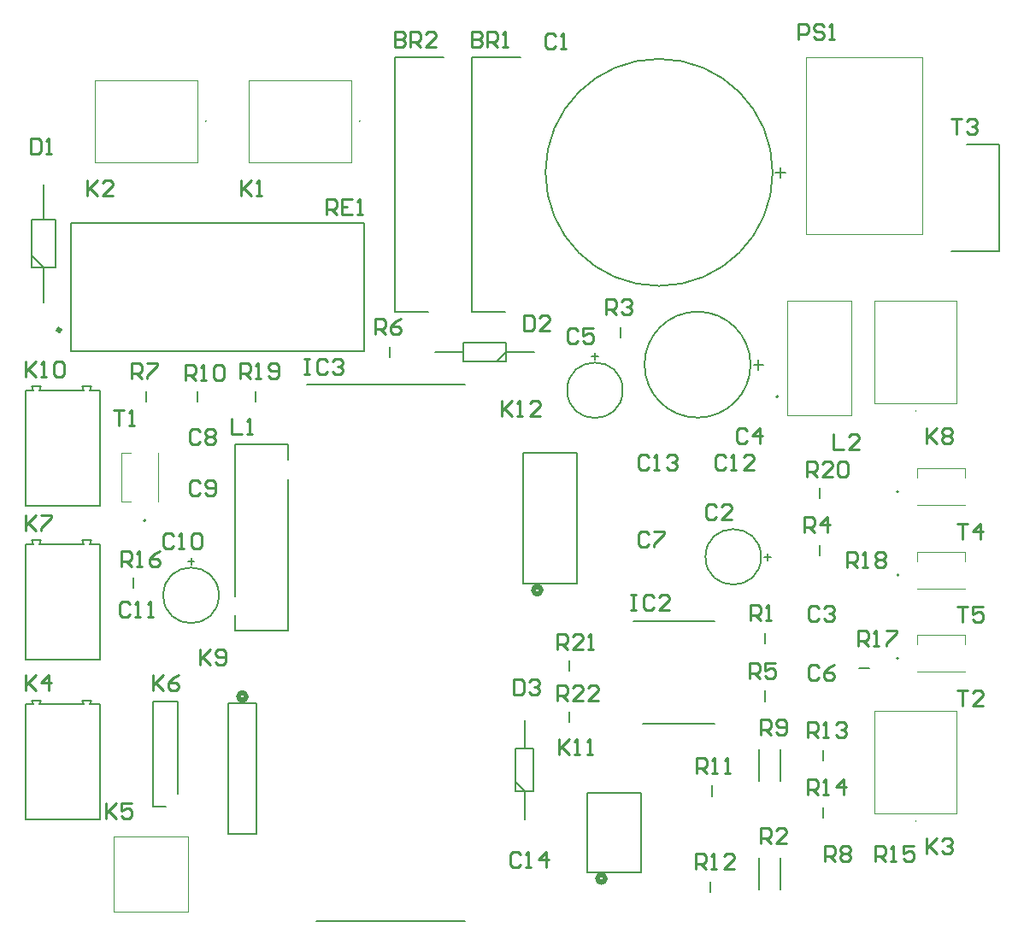
<source format=gbr>
%TF.GenerationSoftware,Altium Limited,Altium Designer,22.4.2 (48)*%
G04 Layer_Color=65535*
%FSLAX26Y26*%
%MOIN*%
%TF.SameCoordinates,DD4E5991-19CE-4C14-B0C1-6D61C62B9851*%
%TF.FilePolarity,Positive*%
%TF.FileFunction,Legend,Top*%
%TF.Part,Single*%
G01*
G75*
%TA.AperFunction,NonConductor*%
%ADD55C,0.020000*%
%ADD56C,0.007874*%
%ADD57C,0.015748*%
%ADD58C,0.003937*%
%ADD59C,0.006000*%
%ADD60C,0.005000*%
%ADD61C,0.005906*%
%ADD62C,0.010000*%
D55*
X2140000Y1770000D02*
G03*
X2140000Y1770000I-15000J0D01*
G01*
X990000Y1355000D02*
G03*
X990000Y1355000I-15000J0D01*
G01*
X2390000Y645000D02*
G03*
X2390000Y645000I-15000J0D01*
G01*
D56*
X883268Y1750000D02*
G03*
X883268Y1750000I-108268J0D01*
G01*
X2458268Y2550000D02*
G03*
X2458268Y2550000I-108268J0D01*
G01*
X833858Y3600000D02*
G03*
X833858Y3600000I-1968J0D01*
G01*
X1433858D02*
G03*
X1433858Y3600000I-1968J0D01*
G01*
X2956693Y2650000D02*
G03*
X2956693Y2650000I-206693J0D01*
G01*
X3042913Y3400000D02*
G03*
X3042913Y3400000I-442913J0D01*
G01*
X3601968Y868110D02*
G03*
X3601968Y868110I-1968J0D01*
G01*
X2997638Y1900000D02*
G03*
X2997638Y1900000I-108268J0D01*
G01*
X3530709Y1507874D02*
G03*
X3530709Y1500000I0J-3937D01*
G01*
D02*
G03*
X3530709Y1507874I0J3937D01*
G01*
Y1825000D02*
G03*
X3530709Y1832874I0J3937D01*
G01*
D02*
G03*
X3530709Y1825000I0J-3937D01*
G01*
Y2157874D02*
G03*
X3530709Y2150000I0J-3937D01*
G01*
D02*
G03*
X3530709Y2157874I0J3937D01*
G01*
X3064764Y2525000D02*
G03*
X3056890Y2525000I-3937J0D01*
G01*
D02*
G03*
X3064764Y2525000I3937J0D01*
G01*
X3601968Y2468110D02*
G03*
X3601968Y2468110I-1968J0D01*
G01*
X590158Y2041142D02*
G03*
X598032Y2041142I3937J0D01*
G01*
D02*
G03*
X590158Y2041142I-3937J0D01*
G01*
X1152362Y1610826D02*
Y2203346D01*
Y2278150D02*
Y2339174D01*
X947638Y1610826D02*
X1152362D01*
X947638Y2339174D02*
X1152362D01*
X947638Y1610826D02*
Y1671850D01*
Y1746654D02*
Y2339174D01*
X306692Y2702362D02*
Y3202362D01*
Y2702362D02*
X1448426D01*
Y3202362D01*
X306692D02*
X1448426D01*
X1550000Y2679330D02*
Y2720670D01*
X2450000Y2754330D02*
Y2795670D01*
X1725788Y2700000D02*
X1836024D01*
X2003346D02*
X2113582D01*
X1966930Y2663582D02*
X2003346Y2700000D01*
Y2663582D02*
Y2736418D01*
X1836024D02*
X2003346D01*
X1836024Y2663582D02*
Y2736418D01*
Y2663582D02*
X2003346D01*
X200000Y3214960D02*
Y3353740D01*
Y2891142D02*
Y3029922D01*
X153740Y3076182D02*
X200000Y3029922D01*
X153740D02*
X246260D01*
Y3214960D01*
X153740D02*
X246260D01*
X153740Y3029922D02*
Y3214960D01*
X1570078Y2856300D02*
X1700000D01*
X1570078D02*
Y3848426D01*
X1759056D01*
X1870078Y2856300D02*
X2000000D01*
X1870078D02*
Y3848426D01*
X2059056D01*
X3013984Y1562330D02*
Y1603670D01*
X3225000Y1904330D02*
Y1945670D01*
X3013000Y1336330D02*
Y1377670D01*
X2498426Y1650000D02*
X2815000D01*
X2535000Y1250000D02*
X2815000D01*
X3240000Y1105330D02*
Y1146670D01*
Y882330D02*
Y923670D01*
X2806000Y966330D02*
Y1007670D01*
X2800000Y592550D02*
Y633890D01*
X3379330Y1466142D02*
X3420670D01*
X3741142Y3092520D02*
X3925788D01*
Y3507480D01*
X3800000D02*
X3925788D01*
X3225000Y2129330D02*
Y2170670D01*
X1025000Y2504330D02*
Y2545670D01*
X550000Y1779330D02*
Y1820670D01*
X1263740Y477520D02*
X1843740D01*
X1226694Y2572480D02*
X1843740D01*
X182480Y1949804D02*
X188386Y1965552D01*
X152952D02*
X158858Y1949804D01*
X152952Y1965552D02*
X188386D01*
X379332Y1949804D02*
X385236Y1965552D01*
X349804D02*
X355710Y1949804D01*
X349804Y1965552D02*
X385236D01*
X129330Y1500196D02*
X420670D01*
X129330D02*
Y1949804D01*
X420670Y1500196D02*
Y1949804D01*
X379332D02*
X420670D01*
X129330D02*
X158858D01*
X182480D02*
X355710D01*
X2250000Y1454330D02*
Y1495670D01*
Y1254330D02*
Y1295670D01*
X182480Y2549804D02*
X188386Y2565552D01*
X152952D02*
X158858Y2549804D01*
X152952Y2565552D02*
X188386D01*
X379332Y2549804D02*
X385236Y2565552D01*
X349804D02*
X355710Y2549804D01*
X349804Y2565552D02*
X385236D01*
X129330Y2100196D02*
X420670D01*
X129330D02*
Y2549804D01*
X420670Y2100196D02*
Y2549804D01*
X379332D02*
X420670D01*
X129330D02*
X158858D01*
X182480D02*
X355710D01*
X2038582Y986024D02*
Y1153346D01*
X2111418D01*
Y986024D02*
Y1153346D01*
X2038582Y986024D02*
X2111418D01*
X2038582Y1022442D02*
X2075000Y986024D01*
Y875788D02*
Y986024D01*
Y1153346D02*
Y1263582D01*
X625394Y925000D02*
X675000D01*
X625394D02*
Y1336812D01*
X724606D01*
Y975000D02*
Y1336812D01*
X182480Y1324804D02*
X188386Y1340552D01*
X152952D02*
X158858Y1324804D01*
X152952Y1340552D02*
X188386D01*
X379332Y1324804D02*
X385236Y1340552D01*
X349804D02*
X355710Y1324804D01*
X349804Y1340552D02*
X385236D01*
X129330Y875196D02*
X420670D01*
X129330D02*
Y1324804D01*
X420670Y875196D02*
Y1324804D01*
X379332D02*
X420670D01*
X129330D02*
X158858D01*
X182480D02*
X355710D01*
X800000Y2504330D02*
Y2545670D01*
X600000Y2504330D02*
Y2545670D01*
D57*
X264522Y2785197D02*
G03*
X264522Y2785197I-4955J0D01*
G01*
D58*
X3300000Y3025197D02*
G03*
X3300000Y3021260I0J-1968D01*
G01*
D02*
G03*
X3300000Y3025197I0J1968D01*
G01*
X3173622Y3159056D02*
Y3848032D01*
Y3159056D02*
X3626378D01*
Y3848032D01*
X3173622D02*
X3626378D01*
X400000Y3439566D02*
X800000D01*
X400000D02*
Y3760434D01*
X800000D01*
Y3439566D02*
Y3760434D01*
X1000000Y3439566D02*
X1400000D01*
X1000000D02*
Y3760434D01*
X1400000D01*
Y3439566D02*
Y3760434D01*
X3439566Y900000D02*
X3760434D01*
Y1300000D01*
X3439566D02*
X3760434D01*
X3439566Y900000D02*
Y1300000D01*
X3606300Y1451772D02*
X3793700D01*
X3606300Y1559056D02*
Y1594292D01*
X3793700D01*
Y1559056D02*
Y1594292D01*
Y1884056D02*
Y1919292D01*
X3606300D02*
X3793700D01*
X3606300Y1884056D02*
Y1919292D01*
Y1776772D02*
X3793700D01*
X3606300Y2101772D02*
X3793700D01*
X3606300Y2209056D02*
Y2244292D01*
X3793700D01*
Y2209056D02*
Y2244292D01*
X3100984Y2450984D02*
Y2899016D01*
Y2450984D02*
X3349016D01*
Y2899016D01*
X3100984D02*
X3349016D01*
X3439566Y2500000D02*
X3760434D01*
Y2900000D01*
X3439566D02*
X3760434D01*
X3439566Y2500000D02*
Y2900000D01*
X473228Y516142D02*
Y807480D01*
Y516142D02*
X764566D01*
Y807480D01*
X473228D02*
X764566D01*
X646260Y2116732D02*
Y2304134D01*
X503740Y2116732D02*
X538976D01*
X503740D02*
Y2304134D01*
X538976D01*
D59*
X2279212Y1795000D02*
Y2305000D01*
X2070000D02*
X2279212D01*
X2070000Y1795000D02*
Y2305000D01*
Y1795000D02*
X2279212D01*
X920788Y1330000D02*
X1030000D01*
Y820000D02*
Y1330000D01*
X920788Y820000D02*
X1030000D01*
X920788D02*
Y1330000D01*
X2320000Y670000D02*
X2529212D01*
X2320000D02*
Y980000D01*
X2529212D01*
Y670000D02*
Y980000D01*
D60*
X2988710Y602788D02*
Y724836D01*
X3072570Y602788D02*
Y724836D01*
X2988710Y1025976D02*
Y1148024D01*
X3072570Y1025976D02*
Y1148024D01*
X775006Y1870079D02*
Y1896317D01*
X761887Y1883198D02*
X788125D01*
X2350006Y2670079D02*
Y2696317D01*
X2336887Y2683198D02*
X2363125D01*
X3009449Y1899994D02*
X3035687D01*
X3022568Y1913113D02*
Y1886875D01*
D61*
X2968504Y2649990D02*
X3007861D01*
X2988183Y2669669D02*
Y2630312D01*
X3054724Y3399990D02*
X3094082D01*
X3074403Y3419669D02*
Y3380312D01*
D62*
X3763000Y1704981D02*
X3802987D01*
X3782994D01*
Y1645000D01*
X3862968Y1704981D02*
X3822981D01*
Y1674990D01*
X3842974Y1684987D01*
X3852971D01*
X3862968Y1674990D01*
Y1654997D01*
X3852971Y1645000D01*
X3832977D01*
X3822981Y1654997D01*
X3763000Y2029981D02*
X3802987D01*
X3782994D01*
Y1970000D01*
X3852971D02*
Y2029981D01*
X3822981Y1999990D01*
X3862968D01*
X3740000Y3607981D02*
X3779987D01*
X3759994D01*
Y3548000D01*
X3799981Y3597984D02*
X3809977Y3607981D01*
X3829971D01*
X3839968Y3597984D01*
Y3587987D01*
X3829971Y3577990D01*
X3819974D01*
X3829971D01*
X3839968Y3567994D01*
Y3557997D01*
X3829971Y3548000D01*
X3809977D01*
X3799981Y3557997D01*
X3763000Y1379981D02*
X3802987D01*
X3782994D01*
Y1320000D01*
X3862968D02*
X3822981D01*
X3862968Y1359987D01*
Y1369984D01*
X3852971Y1379981D01*
X3832977D01*
X3822981Y1369984D01*
X472000Y2473981D02*
X511987D01*
X491993D01*
Y2414000D01*
X531981D02*
X551974D01*
X541977D01*
Y2473981D01*
X531981Y2463984D01*
X1304000Y3236000D02*
Y3295981D01*
X1333990D01*
X1343987Y3285984D01*
Y3265990D01*
X1333990Y3255994D01*
X1304000D01*
X1323994D02*
X1343987Y3236000D01*
X1403968Y3295981D02*
X1363981D01*
Y3236000D01*
X1403968D01*
X1363981Y3265990D02*
X1383974D01*
X1423961Y3236000D02*
X1443955D01*
X1433958D01*
Y3295981D01*
X1423961Y3285984D01*
X2203000Y1339000D02*
Y1398981D01*
X2232990D01*
X2242987Y1388984D01*
Y1368990D01*
X2232990Y1358994D01*
X2203000D01*
X2222994D02*
X2242987Y1339000D01*
X2302968D02*
X2262981D01*
X2302968Y1378987D01*
Y1388984D01*
X2292971Y1398981D01*
X2272977D01*
X2262981Y1388984D01*
X2362948Y1339000D02*
X2322961D01*
X2362948Y1378987D01*
Y1388984D01*
X2352952Y1398981D01*
X2332958D01*
X2322961Y1388984D01*
X2203000Y1539000D02*
Y1598981D01*
X2232990D01*
X2242987Y1588984D01*
Y1568990D01*
X2232990Y1558994D01*
X2203000D01*
X2222994D02*
X2242987Y1539000D01*
X2302968D02*
X2262981D01*
X2302968Y1578987D01*
Y1588984D01*
X2292971Y1598981D01*
X2272977D01*
X2262981Y1588984D01*
X2322961Y1539000D02*
X2342955D01*
X2332958D01*
Y1598981D01*
X2322961Y1588984D01*
X3178000Y2214000D02*
Y2273981D01*
X3207990D01*
X3217987Y2263984D01*
Y2243990D01*
X3207990Y2233994D01*
X3178000D01*
X3197994D02*
X3217987Y2214000D01*
X3277968D02*
X3237981D01*
X3277968Y2253987D01*
Y2263984D01*
X3267971Y2273981D01*
X3247977D01*
X3237981Y2263984D01*
X3297961D02*
X3307958Y2273981D01*
X3327952D01*
X3337948Y2263984D01*
Y2223997D01*
X3327952Y2214000D01*
X3307958D01*
X3297961Y2223997D01*
Y2263984D01*
X967000Y2595000D02*
Y2654981D01*
X996990D01*
X1006987Y2644984D01*
Y2624990D01*
X996990Y2614994D01*
X967000D01*
X986994D02*
X1006987Y2595000D01*
X1026981D02*
X1046974D01*
X1036977D01*
Y2654981D01*
X1026981Y2644984D01*
X1076964Y2604997D02*
X1086961Y2595000D01*
X1106955D01*
X1116951Y2604997D01*
Y2644984D01*
X1106955Y2654981D01*
X1086961D01*
X1076964Y2644984D01*
Y2634987D01*
X1086961Y2624990D01*
X1116951D01*
X3334000Y1859000D02*
Y1918981D01*
X3363990D01*
X3373987Y1908984D01*
Y1888990D01*
X3363990Y1878994D01*
X3334000D01*
X3353994D02*
X3373987Y1859000D01*
X3393981D02*
X3413974D01*
X3403977D01*
Y1918981D01*
X3393981Y1908984D01*
X3443964D02*
X3453961Y1918981D01*
X3473955D01*
X3483952Y1908984D01*
Y1898987D01*
X3473955Y1888990D01*
X3483952Y1878994D01*
Y1868997D01*
X3473955Y1859000D01*
X3453961D01*
X3443964Y1868997D01*
Y1878994D01*
X3453961Y1888990D01*
X3443964Y1898987D01*
Y1908984D01*
X3453961Y1888990D02*
X3473955D01*
X3376000Y1553000D02*
Y1612981D01*
X3405990D01*
X3415987Y1602984D01*
Y1582990D01*
X3405990Y1572994D01*
X3376000D01*
X3395994D02*
X3415987Y1553000D01*
X3435981D02*
X3455974D01*
X3445977D01*
Y1612981D01*
X3435981Y1602984D01*
X3485964Y1612981D02*
X3525952D01*
Y1602984D01*
X3485964Y1562997D01*
Y1553000D01*
X503000Y1864000D02*
Y1923981D01*
X532990D01*
X542987Y1913984D01*
Y1893990D01*
X532990Y1883994D01*
X503000D01*
X522994D02*
X542987Y1864000D01*
X562981D02*
X582974D01*
X572977D01*
Y1923981D01*
X562981Y1913984D01*
X652952Y1923981D02*
X632958Y1913984D01*
X612964Y1893990D01*
Y1873997D01*
X622961Y1864000D01*
X642955D01*
X652952Y1873997D01*
Y1883994D01*
X642955Y1893990D01*
X612964D01*
X3444000Y711000D02*
Y770981D01*
X3473990D01*
X3483987Y760984D01*
Y740990D01*
X3473990Y730994D01*
X3444000D01*
X3463994D02*
X3483987Y711000D01*
X3503981D02*
X3523974D01*
X3513977D01*
Y770981D01*
X3503981Y760984D01*
X3593952Y770981D02*
X3553964D01*
Y740990D01*
X3573958Y750987D01*
X3583955D01*
X3593952Y740990D01*
Y720997D01*
X3583955Y711000D01*
X3563961D01*
X3553964Y720997D01*
X3181000Y973000D02*
Y1032981D01*
X3210990D01*
X3220987Y1022984D01*
Y1002990D01*
X3210990Y992994D01*
X3181000D01*
X3200994D02*
X3220987Y973000D01*
X3240981D02*
X3260974D01*
X3250977D01*
Y1032981D01*
X3240981Y1022984D01*
X3320955Y973000D02*
Y1032981D01*
X3290964Y1002990D01*
X3330952D01*
X3181000Y1196000D02*
Y1255981D01*
X3210990D01*
X3220987Y1245984D01*
Y1225990D01*
X3210990Y1215994D01*
X3181000D01*
X3200994D02*
X3220987Y1196000D01*
X3240981D02*
X3260974D01*
X3250977D01*
Y1255981D01*
X3240981Y1245984D01*
X3290964D02*
X3300961Y1255981D01*
X3320955D01*
X3330952Y1245984D01*
Y1235987D01*
X3320955Y1225990D01*
X3310958D01*
X3320955D01*
X3330952Y1215994D01*
Y1205997D01*
X3320955Y1196000D01*
X3300961D01*
X3290964Y1205997D01*
X2742000Y683221D02*
Y743201D01*
X2771990D01*
X2781987Y733204D01*
Y713211D01*
X2771990Y703214D01*
X2742000D01*
X2761994D02*
X2781987Y683221D01*
X2801981D02*
X2821974D01*
X2811977D01*
Y743201D01*
X2801981Y733204D01*
X2891952Y683221D02*
X2851964D01*
X2891952Y723208D01*
Y733204D01*
X2881955Y743201D01*
X2861961D01*
X2851964Y733204D01*
X2748000Y1057000D02*
Y1116981D01*
X2777990D01*
X2787987Y1106984D01*
Y1086990D01*
X2777990Y1076994D01*
X2748000D01*
X2767994D02*
X2787987Y1057000D01*
X2807981D02*
X2827974D01*
X2817977D01*
Y1116981D01*
X2807981Y1106984D01*
X2857964Y1057000D02*
X2877958D01*
X2867961D01*
Y1116981D01*
X2857964Y1106984D01*
X753000Y2589000D02*
Y2648981D01*
X782990D01*
X792987Y2638984D01*
Y2618990D01*
X782990Y2608994D01*
X753000D01*
X772994D02*
X792987Y2589000D01*
X812981D02*
X832974D01*
X822977D01*
Y2648981D01*
X812981Y2638984D01*
X862964D02*
X872961Y2648981D01*
X892955D01*
X902952Y2638984D01*
Y2598997D01*
X892955Y2589000D01*
X872961D01*
X862964Y2598997D01*
Y2638984D01*
X2995000Y1207000D02*
Y1266981D01*
X3024990D01*
X3034987Y1256984D01*
Y1236990D01*
X3024990Y1226994D01*
X2995000D01*
X3014994D02*
X3034987Y1207000D01*
X3054981Y1216997D02*
X3064977Y1207000D01*
X3084971D01*
X3094968Y1216997D01*
Y1256984D01*
X3084971Y1266981D01*
X3064977D01*
X3054981Y1256984D01*
Y1246987D01*
X3064977Y1236990D01*
X3094968D01*
X3248000Y711000D02*
Y770981D01*
X3277990D01*
X3287987Y760984D01*
Y740990D01*
X3277990Y730994D01*
X3248000D01*
X3267994D02*
X3287987Y711000D01*
X3307981Y760984D02*
X3317977Y770981D01*
X3337971D01*
X3347968Y760984D01*
Y750987D01*
X3337971Y740990D01*
X3347968Y730994D01*
Y720997D01*
X3337971Y711000D01*
X3317977D01*
X3307981Y720997D01*
Y730994D01*
X3317977Y740990D01*
X3307981Y750987D01*
Y760984D01*
X3317977Y740990D02*
X3337971D01*
X542000Y2595000D02*
Y2654981D01*
X571990D01*
X581987Y2644984D01*
Y2624990D01*
X571990Y2614994D01*
X542000D01*
X561994D02*
X581987Y2595000D01*
X601981Y2654981D02*
X641968D01*
Y2644984D01*
X601981Y2604997D01*
Y2595000D01*
X1492000Y2770000D02*
Y2829981D01*
X1521990D01*
X1531987Y2819984D01*
Y2799990D01*
X1521990Y2789994D01*
X1492000D01*
X1511994D02*
X1531987Y2770000D01*
X1591968Y2829981D02*
X1571974Y2819984D01*
X1551981Y2799990D01*
Y2779997D01*
X1561977Y2770000D01*
X1581971D01*
X1591968Y2779997D01*
Y2789994D01*
X1581971Y2799990D01*
X1551981D01*
X2954000Y1427000D02*
Y1486981D01*
X2983990D01*
X2993987Y1476984D01*
Y1456990D01*
X2983990Y1446994D01*
X2954000D01*
X2973994D02*
X2993987Y1427000D01*
X3053968Y1486981D02*
X3013981D01*
Y1456990D01*
X3033974Y1466987D01*
X3043971D01*
X3053968Y1456990D01*
Y1436997D01*
X3043971Y1427000D01*
X3023977D01*
X3013981Y1436997D01*
X3166000Y1995000D02*
Y2054981D01*
X3195990D01*
X3205987Y2044984D01*
Y2024990D01*
X3195990Y2014994D01*
X3166000D01*
X3185994D02*
X3205987Y1995000D01*
X3255971D02*
Y2054981D01*
X3225981Y2024990D01*
X3265968D01*
X2392000Y2845000D02*
Y2904981D01*
X2421990D01*
X2431987Y2894984D01*
Y2874990D01*
X2421990Y2864994D01*
X2392000D01*
X2411994D02*
X2431987Y2845000D01*
X2451981Y2894984D02*
X2461977Y2904981D01*
X2481971D01*
X2491968Y2894984D01*
Y2884987D01*
X2481971Y2874990D01*
X2471974D01*
X2481971D01*
X2491968Y2864994D01*
Y2854997D01*
X2481971Y2845000D01*
X2461977D01*
X2451981Y2854997D01*
X2995000Y784000D02*
Y843981D01*
X3024990D01*
X3034987Y833984D01*
Y813990D01*
X3024990Y803994D01*
X2995000D01*
X3014994D02*
X3034987Y784000D01*
X3094968D02*
X3054981D01*
X3094968Y823987D01*
Y833984D01*
X3084971Y843981D01*
X3064977D01*
X3054981Y833984D01*
X2956000Y1653000D02*
Y1712981D01*
X2985990D01*
X2995987Y1702984D01*
Y1682990D01*
X2985990Y1672994D01*
X2956000D01*
X2975994D02*
X2995987Y1653000D01*
X3015981D02*
X3035974D01*
X3025977D01*
Y1712981D01*
X3015981Y1702984D01*
X3142000Y3919000D02*
Y3978981D01*
X3171990D01*
X3181987Y3968984D01*
Y3948990D01*
X3171990Y3938994D01*
X3142000D01*
X3241968Y3968984D02*
X3231971Y3978981D01*
X3211977D01*
X3201981Y3968984D01*
Y3958987D01*
X3211977Y3948990D01*
X3231971D01*
X3241968Y3938994D01*
Y3928997D01*
X3231971Y3919000D01*
X3211977D01*
X3201981Y3928997D01*
X3261961Y3919000D02*
X3281955D01*
X3271958D01*
Y3978981D01*
X3261961Y3968984D01*
X3280000Y2379981D02*
Y2320000D01*
X3319987D01*
X3379968D02*
X3339981D01*
X3379968Y2359987D01*
Y2369984D01*
X3369971Y2379981D01*
X3349977D01*
X3339981Y2369984D01*
X933000Y2437981D02*
Y2378000D01*
X972987D01*
X992981D02*
X1012974D01*
X1002977D01*
Y2437981D01*
X992981Y2427984D01*
X1985000Y2509981D02*
Y2450000D01*
Y2469994D01*
X2024987Y2509981D01*
X1994997Y2479990D01*
X2024987Y2450000D01*
X2044981D02*
X2064974D01*
X2054977D01*
Y2509981D01*
X2044981Y2499984D01*
X2134952Y2450000D02*
X2094964D01*
X2134952Y2489987D01*
Y2499984D01*
X2124955Y2509981D01*
X2104961D01*
X2094964Y2499984D01*
X2210000Y1189981D02*
Y1130000D01*
Y1149994D01*
X2249987Y1189981D01*
X2219997Y1159990D01*
X2249987Y1130000D01*
X2269981D02*
X2289974D01*
X2279977D01*
Y1189981D01*
X2269981Y1179984D01*
X2319964Y1130000D02*
X2339958D01*
X2329961D01*
Y1189981D01*
X2319964Y1179984D01*
X130000Y2663981D02*
Y2604000D01*
Y2623994D01*
X169987Y2663981D01*
X139997Y2633990D01*
X169987Y2604000D01*
X189981D02*
X209974D01*
X199977D01*
Y2663981D01*
X189981Y2653984D01*
X239964D02*
X249961Y2663981D01*
X269955D01*
X279952Y2653984D01*
Y2613997D01*
X269955Y2604000D01*
X249961D01*
X239964Y2613997D01*
Y2653984D01*
X811000Y1539981D02*
Y1480000D01*
Y1499994D01*
X850987Y1539981D01*
X820997Y1509990D01*
X850987Y1480000D01*
X870981Y1489997D02*
X880977Y1480000D01*
X900971D01*
X910968Y1489997D01*
Y1529984D01*
X900971Y1539981D01*
X880977D01*
X870981Y1529984D01*
Y1519987D01*
X880977Y1509990D01*
X910968D01*
X3644000Y2401981D02*
Y2342000D01*
Y2361994D01*
X3683987Y2401981D01*
X3653997Y2371990D01*
X3683987Y2342000D01*
X3703981Y2391984D02*
X3713977Y2401981D01*
X3733971D01*
X3743968Y2391984D01*
Y2381987D01*
X3733971Y2371990D01*
X3743968Y2361994D01*
Y2351997D01*
X3733971Y2342000D01*
X3713977D01*
X3703981Y2351997D01*
Y2361994D01*
X3713977Y2371990D01*
X3703981Y2381987D01*
Y2391984D01*
X3713977Y2371990D02*
X3733971D01*
X130000Y2063981D02*
Y2004000D01*
Y2023994D01*
X169987Y2063981D01*
X139997Y2033990D01*
X169987Y2004000D01*
X189981Y2063981D02*
X229968D01*
Y2053984D01*
X189981Y2013997D01*
Y2004000D01*
X625000Y1437981D02*
Y1378000D01*
Y1397994D01*
X664987Y1437981D01*
X634997Y1407990D01*
X664987Y1378000D01*
X724968Y1437981D02*
X704974Y1427984D01*
X684981Y1407990D01*
Y1387997D01*
X694977Y1378000D01*
X714971D01*
X724968Y1387997D01*
Y1397994D01*
X714971Y1407990D01*
X684981D01*
X442000Y938981D02*
Y879000D01*
Y898994D01*
X481987Y938981D01*
X451997Y908990D01*
X481987Y879000D01*
X541968Y938981D02*
X501981D01*
Y908990D01*
X521974Y918987D01*
X531971D01*
X541968Y908990D01*
Y888997D01*
X531971Y879000D01*
X511977D01*
X501981Y888997D01*
X130000Y1438981D02*
Y1379000D01*
Y1398994D01*
X169987Y1438981D01*
X139997Y1408990D01*
X169987Y1379000D01*
X219971D02*
Y1438981D01*
X189981Y1408990D01*
X229968D01*
X3644000Y801981D02*
Y742000D01*
Y761994D01*
X3683987Y801981D01*
X3653997Y771990D01*
X3683987Y742000D01*
X3703981Y791984D02*
X3713977Y801981D01*
X3733971D01*
X3743968Y791984D01*
Y781987D01*
X3733971Y771990D01*
X3723974D01*
X3733971D01*
X3743968Y761994D01*
Y751997D01*
X3733971Y742000D01*
X3713977D01*
X3703981Y751997D01*
X370000Y3368981D02*
Y3309000D01*
Y3328994D01*
X409987Y3368981D01*
X379997Y3338990D01*
X409987Y3309000D01*
X469968D02*
X429981D01*
X469968Y3348987D01*
Y3358984D01*
X459971Y3368981D01*
X439977D01*
X429981Y3358984D01*
X970000Y3368981D02*
Y3309000D01*
Y3328994D01*
X1009987Y3368981D01*
X979997Y3338990D01*
X1009987Y3309000D01*
X1029981D02*
X1049974D01*
X1039977D01*
Y3368981D01*
X1029981Y3358984D01*
X1217000Y2672981D02*
X1236994D01*
X1226997D01*
Y2613000D01*
X1217000D01*
X1236994D01*
X1306971Y2662984D02*
X1296974Y2672981D01*
X1276981D01*
X1266984Y2662984D01*
Y2622997D01*
X1276981Y2613000D01*
X1296974D01*
X1306971Y2622997D01*
X1326964Y2662984D02*
X1336961Y2672981D01*
X1356955D01*
X1366951Y2662984D01*
Y2652987D01*
X1356955Y2642990D01*
X1346958D01*
X1356955D01*
X1366951Y2632994D01*
Y2622997D01*
X1356955Y2613000D01*
X1336961D01*
X1326964Y2622997D01*
X2489000Y1750981D02*
X2508994D01*
X2498997D01*
Y1691000D01*
X2489000D01*
X2508994D01*
X2578971Y1740984D02*
X2568974Y1750981D01*
X2548981D01*
X2538984Y1740984D01*
Y1700997D01*
X2548981Y1691000D01*
X2568974D01*
X2578971Y1700997D01*
X2638952Y1691000D02*
X2598964D01*
X2638952Y1730987D01*
Y1740984D01*
X2628955Y1750981D01*
X2608961D01*
X2598964Y1740984D01*
X2034000Y1422981D02*
Y1363000D01*
X2063990D01*
X2073987Y1372997D01*
Y1412984D01*
X2063990Y1422981D01*
X2034000D01*
X2093981Y1412984D02*
X2103977Y1422981D01*
X2123971D01*
X2133968Y1412984D01*
Y1402987D01*
X2123971Y1392990D01*
X2113974D01*
X2123971D01*
X2133968Y1382994D01*
Y1372997D01*
X2123971Y1363000D01*
X2103977D01*
X2093981Y1372997D01*
X2073000Y2840981D02*
Y2781000D01*
X2102990D01*
X2112987Y2790997D01*
Y2830984D01*
X2102990Y2840981D01*
X2073000D01*
X2172968Y2781000D02*
X2132981D01*
X2172968Y2820987D01*
Y2830984D01*
X2162971Y2840981D01*
X2142977D01*
X2132981Y2830984D01*
X149000Y3532981D02*
Y3473000D01*
X178990D01*
X188987Y3482997D01*
Y3522984D01*
X178990Y3532981D01*
X149000D01*
X208981Y3473000D02*
X228974D01*
X218977D01*
Y3532981D01*
X208981Y3522984D01*
X2060987Y739984D02*
X2050990Y749981D01*
X2030997D01*
X2021000Y739984D01*
Y699997D01*
X2030997Y690000D01*
X2050990D01*
X2060987Y699997D01*
X2080981Y690000D02*
X2100974D01*
X2090977D01*
Y749981D01*
X2080981Y739984D01*
X2160955Y690000D02*
Y749981D01*
X2130964Y719990D01*
X2170952D01*
X2560987Y2289984D02*
X2550990Y2299981D01*
X2530997D01*
X2521000Y2289984D01*
Y2249997D01*
X2530997Y2240000D01*
X2550990D01*
X2560987Y2249997D01*
X2580981Y2240000D02*
X2600974D01*
X2590977D01*
Y2299981D01*
X2580981Y2289984D01*
X2630964D02*
X2640961Y2299981D01*
X2660955D01*
X2670952Y2289984D01*
Y2279987D01*
X2660955Y2269990D01*
X2650958D01*
X2660955D01*
X2670952Y2259994D01*
Y2249997D01*
X2660955Y2240000D01*
X2640961D01*
X2630964Y2249997D01*
X2860987Y2289984D02*
X2850990Y2299981D01*
X2830997D01*
X2821000Y2289984D01*
Y2249997D01*
X2830997Y2240000D01*
X2850990D01*
X2860987Y2249997D01*
X2880981Y2240000D02*
X2900974D01*
X2890977D01*
Y2299981D01*
X2880981Y2289984D01*
X2970952Y2240000D02*
X2930964D01*
X2970952Y2279987D01*
Y2289984D01*
X2960955Y2299981D01*
X2940961D01*
X2930964Y2289984D01*
X535987Y1714984D02*
X525990Y1724981D01*
X505997D01*
X496000Y1714984D01*
Y1674997D01*
X505997Y1665000D01*
X525990D01*
X535987Y1674997D01*
X555981Y1665000D02*
X575974D01*
X565977D01*
Y1724981D01*
X555981Y1714984D01*
X605964Y1665000D02*
X625958D01*
X615961D01*
Y1724981D01*
X605964Y1714984D01*
X707987Y1980984D02*
X697990Y1990981D01*
X677997D01*
X668000Y1980984D01*
Y1940997D01*
X677997Y1931000D01*
X697990D01*
X707987Y1940997D01*
X727981Y1931000D02*
X747974D01*
X737977D01*
Y1990981D01*
X727981Y1980984D01*
X777964D02*
X787961Y1990981D01*
X807955D01*
X817952Y1980984D01*
Y1940997D01*
X807955Y1931000D01*
X787961D01*
X777964Y1940997D01*
Y1980984D01*
X810987Y2189984D02*
X800990Y2199981D01*
X780997D01*
X771000Y2189984D01*
Y2149997D01*
X780997Y2140000D01*
X800990D01*
X810987Y2149997D01*
X830981D02*
X840977Y2140000D01*
X860971D01*
X870968Y2149997D01*
Y2189984D01*
X860971Y2199981D01*
X840977D01*
X830981Y2189984D01*
Y2179987D01*
X840977Y2169990D01*
X870968D01*
X810987Y2389984D02*
X800990Y2399981D01*
X780997D01*
X771000Y2389984D01*
Y2349997D01*
X780997Y2340000D01*
X800990D01*
X810987Y2349997D01*
X830981Y2389984D02*
X840977Y2399981D01*
X860971D01*
X870968Y2389984D01*
Y2379987D01*
X860971Y2369990D01*
X870968Y2359994D01*
Y2349997D01*
X860971Y2340000D01*
X840977D01*
X830981Y2349997D01*
Y2359994D01*
X840977Y2369990D01*
X830981Y2379987D01*
Y2389984D01*
X840977Y2369990D02*
X860971D01*
X2560987Y1989984D02*
X2550990Y1999981D01*
X2530997D01*
X2521000Y1989984D01*
Y1949997D01*
X2530997Y1940000D01*
X2550990D01*
X2560987Y1949997D01*
X2580981Y1999981D02*
X2620968D01*
Y1989984D01*
X2580981Y1949997D01*
Y1940000D01*
X3223987Y1469984D02*
X3213990Y1479981D01*
X3193997D01*
X3184000Y1469984D01*
Y1429997D01*
X3193997Y1420000D01*
X3213990D01*
X3223987Y1429997D01*
X3283968Y1479981D02*
X3263974Y1469984D01*
X3243981Y1449990D01*
Y1429997D01*
X3253977Y1420000D01*
X3273971D01*
X3283968Y1429997D01*
Y1439994D01*
X3273971Y1449990D01*
X3243981D01*
X2282987Y2780984D02*
X2272990Y2790981D01*
X2252997D01*
X2243000Y2780984D01*
Y2740997D01*
X2252997Y2731000D01*
X2272990D01*
X2282987Y2740997D01*
X2342968Y2790981D02*
X2302981D01*
Y2760990D01*
X2322974Y2770987D01*
X2332971D01*
X2342968Y2760990D01*
Y2740997D01*
X2332971Y2731000D01*
X2312977D01*
X2302981Y2740997D01*
X2943987Y2393984D02*
X2933990Y2403981D01*
X2913997D01*
X2904000Y2393984D01*
Y2353997D01*
X2913997Y2344000D01*
X2933990D01*
X2943987Y2353997D01*
X2993971Y2344000D02*
Y2403981D01*
X2963981Y2373990D01*
X3003968D01*
X3223987Y1697984D02*
X3213990Y1707981D01*
X3193997D01*
X3184000Y1697984D01*
Y1657997D01*
X3193997Y1648000D01*
X3213990D01*
X3223987Y1657997D01*
X3243981Y1697984D02*
X3253977Y1707981D01*
X3273971D01*
X3283968Y1697984D01*
Y1687987D01*
X3273971Y1677990D01*
X3263974D01*
X3273971D01*
X3283968Y1667994D01*
Y1657997D01*
X3273971Y1648000D01*
X3253977D01*
X3243981Y1657997D01*
X2821987Y2096984D02*
X2811990Y2106981D01*
X2791997D01*
X2782000Y2096984D01*
Y2056997D01*
X2791997Y2047000D01*
X2811990D01*
X2821987Y2056997D01*
X2881968Y2047000D02*
X2841981D01*
X2881968Y2086987D01*
Y2096984D01*
X2871971Y2106981D01*
X2851977D01*
X2841981Y2096984D01*
X2197987Y3931984D02*
X2187990Y3941981D01*
X2167997D01*
X2158000Y3931984D01*
Y3891997D01*
X2167997Y3882000D01*
X2187990D01*
X2197987Y3891997D01*
X2217981Y3882000D02*
X2237974D01*
X2227977D01*
Y3941981D01*
X2217981Y3931984D01*
X1569000Y3948981D02*
Y3889000D01*
X1598990D01*
X1608987Y3898997D01*
Y3908994D01*
X1598990Y3918990D01*
X1569000D01*
X1598990D01*
X1608987Y3928987D01*
Y3938984D01*
X1598990Y3948981D01*
X1569000D01*
X1628981Y3889000D02*
Y3948981D01*
X1658971D01*
X1668968Y3938984D01*
Y3918990D01*
X1658971Y3908994D01*
X1628981D01*
X1648974D02*
X1668968Y3889000D01*
X1728948D02*
X1688961D01*
X1728948Y3928987D01*
Y3938984D01*
X1718951Y3948981D01*
X1698958D01*
X1688961Y3938984D01*
X1869000Y3948981D02*
Y3889000D01*
X1898990D01*
X1908987Y3898997D01*
Y3908994D01*
X1898990Y3918990D01*
X1869000D01*
X1898990D01*
X1908987Y3928987D01*
Y3938984D01*
X1898990Y3948981D01*
X1869000D01*
X1928981Y3889000D02*
Y3948981D01*
X1958971D01*
X1968968Y3938984D01*
Y3918990D01*
X1958971Y3908994D01*
X1928981D01*
X1948974D02*
X1968968Y3889000D01*
X1988961D02*
X2008955D01*
X1998958D01*
Y3948981D01*
X1988961Y3938984D01*
%TF.MD5,cae0b26be23160adde3fca31d105595d*%
M02*

</source>
